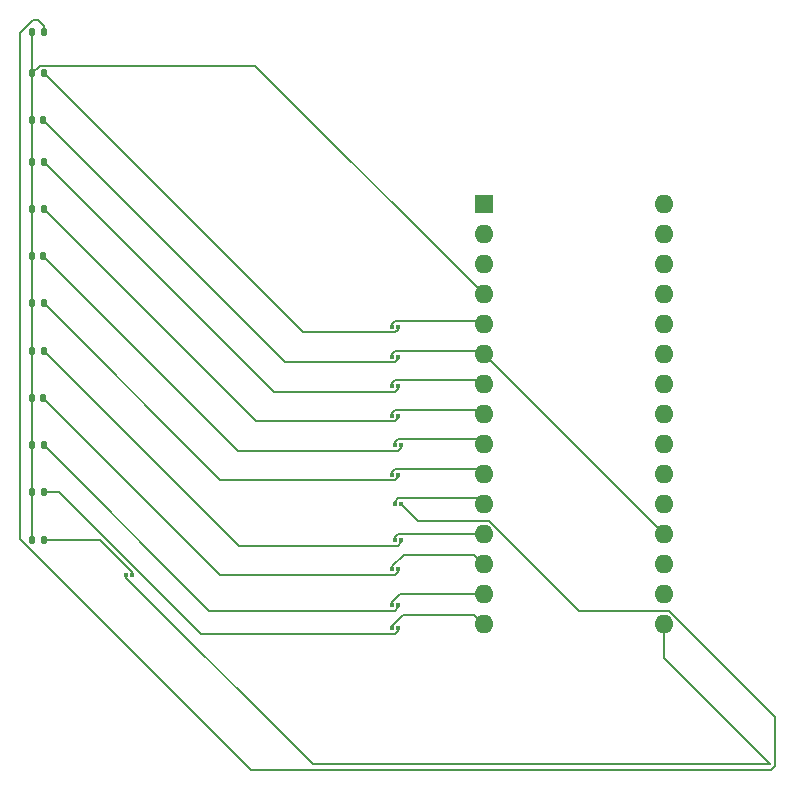
<source format=gbr>
%TF.GenerationSoftware,KiCad,Pcbnew,8.0.3*%
%TF.CreationDate,2024-08-30T12:54:20-04:00*%
%TF.ProjectId,matrix,6d617472-6978-42e6-9b69-6361645f7063,rev?*%
%TF.SameCoordinates,Original*%
%TF.FileFunction,Copper,L1,Top*%
%TF.FilePolarity,Positive*%
%FSLAX46Y46*%
G04 Gerber Fmt 4.6, Leading zero omitted, Abs format (unit mm)*
G04 Created by KiCad (PCBNEW 8.0.3) date 2024-08-30 12:54:20*
%MOMM*%
%LPD*%
G01*
G04 APERTURE LIST*
G04 Aperture macros list*
%AMRoundRect*
0 Rectangle with rounded corners*
0 $1 Rounding radius*
0 $2 $3 $4 $5 $6 $7 $8 $9 X,Y pos of 4 corners*
0 Add a 4 corners polygon primitive as box body*
4,1,4,$2,$3,$4,$5,$6,$7,$8,$9,$2,$3,0*
0 Add four circle primitives for the rounded corners*
1,1,$1+$1,$2,$3*
1,1,$1+$1,$4,$5*
1,1,$1+$1,$6,$7*
1,1,$1+$1,$8,$9*
0 Add four rect primitives between the rounded corners*
20,1,$1+$1,$2,$3,$4,$5,0*
20,1,$1+$1,$4,$5,$6,$7,0*
20,1,$1+$1,$6,$7,$8,$9,0*
20,1,$1+$1,$8,$9,$2,$3,0*%
G04 Aperture macros list end*
%TA.AperFunction,SMDPad,CuDef*%
%ADD10RoundRect,0.147500X-0.147500X-0.172500X0.147500X-0.172500X0.147500X0.172500X-0.147500X0.172500X0*%
%TD*%
%TA.AperFunction,SMDPad,CuDef*%
%ADD11RoundRect,0.075000X-0.125000X-0.075000X0.125000X-0.075000X0.125000X0.075000X-0.125000X0.075000X0*%
%TD*%
%TA.AperFunction,ComponentPad*%
%ADD12R,1.600000X1.600000*%
%TD*%
%TA.AperFunction,ComponentPad*%
%ADD13O,1.600000X1.600000*%
%TD*%
%TA.AperFunction,Conductor*%
%ADD14C,0.200000*%
%TD*%
G04 APERTURE END LIST*
D10*
%TO.P,D10,1,K*%
%TO.N,Net-(D1-K)*%
X48500000Y-81000000D03*
%TO.P,D10,2,A*%
%TO.N,Net-(D10-A)*%
X49470000Y-81000000D03*
%TD*%
%TO.P,D11,1,K*%
%TO.N,Net-(D1-K)*%
X48515000Y-77000000D03*
%TO.P,D11,2,A*%
%TO.N,Net-(D11-A)*%
X49485000Y-77000000D03*
%TD*%
D11*
%TO.P,R8,1*%
%TO.N,Net-(A1-D6)*%
X79250000Y-108500000D03*
%TO.P,R8,2*%
%TO.N,Net-(D7-A)*%
X79750000Y-108500000D03*
%TD*%
%TO.P,R4,1*%
%TO.N,Net-(A1-D10)*%
X79000000Y-119000000D03*
%TO.P,R4,2*%
%TO.N,Net-(D4-A)*%
X79500000Y-119000000D03*
%TD*%
%TO.P,R5,1*%
%TO.N,Net-(A1-D9)*%
X79250000Y-116500000D03*
%TO.P,R5,2*%
%TO.N,Net-(D5-A)*%
X79750000Y-116500000D03*
%TD*%
%TO.P,R6,1*%
%TO.N,Net-(A1-D8)*%
X79250000Y-113500000D03*
%TO.P,R6,2*%
%TO.N,Net-(D12-A)*%
X79750000Y-113500000D03*
%TD*%
D10*
%TO.P,D8,1,K*%
%TO.N,Net-(D1-K)*%
X48515000Y-88500000D03*
%TO.P,D8,2,A*%
%TO.N,Net-(D8-A)*%
X49485000Y-88500000D03*
%TD*%
D11*
%TO.P,R10,1*%
%TO.N,Net-(A1-D4)*%
X79000000Y-103500000D03*
%TO.P,R10,2*%
%TO.N,Net-(D9-A)*%
X79500000Y-103500000D03*
%TD*%
D10*
%TO.P,D1,1,K*%
%TO.N,Net-(D1-K)*%
X48515000Y-116500000D03*
%TO.P,D1,2,A*%
%TO.N,Net-(D1-A)*%
X49485000Y-116500000D03*
%TD*%
D12*
%TO.P,A1,1,D1/TX*%
%TO.N,unconnected-(A1-D1{slash}TX-Pad1)*%
X86745000Y-88090000D03*
D13*
%TO.P,A1,2,D0/RX*%
%TO.N,unconnected-(A1-D0{slash}RX-Pad2)*%
X86745000Y-90630000D03*
%TO.P,A1,3,~{RESET}*%
%TO.N,unconnected-(A1-~{RESET}-Pad3)*%
X86745000Y-93170000D03*
%TO.P,A1,4,GND*%
%TO.N,Net-(D1-K)*%
X86745000Y-95710000D03*
%TO.P,A1,5,D2*%
%TO.N,Net-(A1-D2)*%
X86745000Y-98250000D03*
%TO.P,A1,6,D3*%
%TO.N,Net-(A1-A0)*%
X86745000Y-100790000D03*
%TO.P,A1,7,D4*%
%TO.N,Net-(A1-D4)*%
X86745000Y-103330000D03*
%TO.P,A1,8,D5*%
%TO.N,Net-(A1-D5)*%
X86745000Y-105870000D03*
%TO.P,A1,9,D6*%
%TO.N,Net-(A1-D6)*%
X86745000Y-108410000D03*
%TO.P,A1,10,D7*%
%TO.N,Net-(A1-D7)*%
X86745000Y-110950000D03*
%TO.P,A1,11,D8*%
%TO.N,Net-(A1-D8)*%
X86745000Y-113490000D03*
%TO.P,A1,12,D9*%
%TO.N,Net-(A1-D9)*%
X86745000Y-116030000D03*
%TO.P,A1,13,D10*%
%TO.N,Net-(A1-D10)*%
X86745000Y-118570000D03*
%TO.P,A1,14,D11*%
%TO.N,Net-(A1-D11)*%
X86745000Y-121110000D03*
%TO.P,A1,15,D12*%
%TO.N,Net-(A1-D12)*%
X86745000Y-123650000D03*
%TO.P,A1,16,D13*%
%TO.N,Net-(A1-D13)*%
X101985000Y-123650000D03*
%TO.P,A1,17,3V3*%
%TO.N,unconnected-(A1-3V3-Pad17)*%
X101985000Y-121110000D03*
%TO.P,A1,18,AREF*%
%TO.N,unconnected-(A1-AREF-Pad18)*%
X101985000Y-118570000D03*
%TO.P,A1,19,A0*%
%TO.N,Net-(A1-A0)*%
X101985000Y-116030000D03*
%TO.P,A1,20,A1*%
%TO.N,unconnected-(A1-A1-Pad20)*%
X101985000Y-113490000D03*
%TO.P,A1,21,A2*%
%TO.N,unconnected-(A1-A2-Pad21)*%
X101985000Y-110950000D03*
%TO.P,A1,22,A3*%
%TO.N,unconnected-(A1-A3-Pad22)*%
X101985000Y-108410000D03*
%TO.P,A1,23,A4*%
%TO.N,unconnected-(A1-A4-Pad23)*%
X101985000Y-105870000D03*
%TO.P,A1,24,A5*%
%TO.N,unconnected-(A1-A5-Pad24)*%
X101985000Y-103330000D03*
%TO.P,A1,25,A6*%
%TO.N,unconnected-(A1-A6-Pad25)*%
X101985000Y-100790000D03*
%TO.P,A1,26,A7*%
%TO.N,unconnected-(A1-A7-Pad26)*%
X101985000Y-98250000D03*
%TO.P,A1,27,+5V*%
%TO.N,unconnected-(A1-+5V-Pad27)*%
X101985000Y-95710000D03*
%TO.P,A1,28,~{RESET}*%
%TO.N,unconnected-(A1-~{RESET}-Pad28)*%
X101985000Y-93170000D03*
%TO.P,A1,29,GND*%
%TO.N,unconnected-(A1-GND-Pad29)*%
X101985000Y-90630000D03*
%TO.P,A1,30,VIN*%
%TO.N,unconnected-(A1-VIN-Pad30)*%
X101985000Y-88090000D03*
%TD*%
D10*
%TO.P,D5,1,K*%
%TO.N,Net-(D1-K)*%
X48530000Y-100500000D03*
%TO.P,D5,2,A*%
%TO.N,Net-(D5-A)*%
X49500000Y-100500000D03*
%TD*%
D11*
%TO.P,R12,1*%
%TO.N,Net-(A1-D2)*%
X78975000Y-98500000D03*
%TO.P,R12,2*%
%TO.N,Net-(D11-A)*%
X79475000Y-98500000D03*
%TD*%
D10*
%TO.P,D2,1,K*%
%TO.N,Net-(D1-K)*%
X48530000Y-112500000D03*
%TO.P,D2,2,A*%
%TO.N,Net-(D2-A)*%
X49500000Y-112500000D03*
%TD*%
%TO.P,D3,1,K*%
%TO.N,Net-(D1-K)*%
X48530000Y-108500000D03*
%TO.P,D3,2,A*%
%TO.N,Net-(D3-A)*%
X49500000Y-108500000D03*
%TD*%
D11*
%TO.P,R2,1*%
%TO.N,Net-(A1-D12)*%
X79000000Y-124000000D03*
%TO.P,R2,2*%
%TO.N,Net-(D2-A)*%
X79500000Y-124000000D03*
%TD*%
D10*
%TO.P,D7,1,K*%
%TO.N,Net-(D1-K)*%
X48500000Y-92500000D03*
%TO.P,D7,2,A*%
%TO.N,Net-(D7-A)*%
X49470000Y-92500000D03*
%TD*%
D11*
%TO.P,R9,1*%
%TO.N,Net-(A1-D5)*%
X79000000Y-106000000D03*
%TO.P,R9,2*%
%TO.N,Net-(D8-A)*%
X79500000Y-106000000D03*
%TD*%
%TO.P,R11,1*%
%TO.N,Net-(A1-A0)*%
X79000000Y-101000000D03*
%TO.P,R11,2*%
%TO.N,Net-(D10-A)*%
X79500000Y-101000000D03*
%TD*%
D10*
%TO.P,D6,1,K*%
%TO.N,Net-(D1-K)*%
X48515000Y-96500000D03*
%TO.P,D6,2,A*%
%TO.N,Net-(D6-A)*%
X49485000Y-96500000D03*
%TD*%
D11*
%TO.P,R1,1*%
%TO.N,Net-(A1-D13)*%
X56500000Y-119500000D03*
%TO.P,R1,2*%
%TO.N,Net-(D1-A)*%
X57000000Y-119500000D03*
%TD*%
D10*
%TO.P,D12,1,K*%
%TO.N,Net-(D1-K)*%
X48530000Y-73500000D03*
%TO.P,D12,2,A*%
%TO.N,Net-(D12-A)*%
X49500000Y-73500000D03*
%TD*%
D11*
%TO.P,R3,1*%
%TO.N,Net-(A1-D11)*%
X79000000Y-122000000D03*
%TO.P,R3,2*%
%TO.N,Net-(D3-A)*%
X79500000Y-122000000D03*
%TD*%
D10*
%TO.P,D9,1,K*%
%TO.N,Net-(D1-K)*%
X48515000Y-84500000D03*
%TO.P,D9,2,A*%
%TO.N,Net-(D9-A)*%
X49485000Y-84500000D03*
%TD*%
D11*
%TO.P,R7,1*%
%TO.N,Net-(A1-D7)*%
X78975000Y-111000000D03*
%TO.P,R7,2*%
%TO.N,Net-(D6-A)*%
X79475000Y-111000000D03*
%TD*%
D10*
%TO.P,D4,1,K*%
%TO.N,Net-(D1-K)*%
X48500000Y-104500000D03*
%TO.P,D4,2,A*%
%TO.N,Net-(D4-A)*%
X49470000Y-104500000D03*
%TD*%
D14*
%TO.N,Net-(A1-D10)*%
X79997589Y-117770001D02*
X85945001Y-117770001D01*
X85945001Y-117770001D02*
X86745000Y-118570000D01*
X79000000Y-119000000D02*
X79000000Y-118767590D01*
X79000000Y-118767590D02*
X79997589Y-117770001D01*
%TO.N,Net-(A1-D13)*%
X72267590Y-135500000D02*
X111000000Y-135500000D01*
X56500000Y-119500000D02*
X56500000Y-119732410D01*
X56500000Y-119732410D02*
X72267590Y-135500000D01*
X101985000Y-126485000D02*
X101985000Y-123650000D01*
X111000000Y-135500000D02*
X101985000Y-126485000D01*
%TO.N,Net-(D1-K)*%
X48515000Y-96500000D02*
X48515000Y-77013052D01*
X48530000Y-116485000D02*
X48515000Y-116500000D01*
X48515000Y-77013052D02*
X49148052Y-76380000D01*
X67415000Y-76380000D02*
X86745000Y-95710000D01*
X49148052Y-76380000D02*
X67415000Y-76380000D01*
X48530000Y-73500000D02*
X48530000Y-116485000D01*
%TO.N,Net-(A1-D8)*%
X86255000Y-113000000D02*
X86745000Y-113490000D01*
X79517590Y-113000000D02*
X86255000Y-113000000D01*
X79250000Y-113267590D02*
X79517590Y-113000000D01*
X79250000Y-113500000D02*
X79250000Y-113267590D01*
%TO.N,Net-(A1-D12)*%
X85945001Y-122850001D02*
X86745000Y-123650000D01*
X79917589Y-122850001D02*
X85945001Y-122850001D01*
X79000000Y-123767590D02*
X79917589Y-122850001D01*
X79000000Y-124000000D02*
X79000000Y-123767590D01*
%TO.N,Net-(A1-D7)*%
X78975000Y-110767590D02*
X79242590Y-110500000D01*
X78975000Y-111000000D02*
X78975000Y-110767590D01*
X86295000Y-110500000D02*
X86745000Y-110950000D01*
X79242590Y-110500000D02*
X86295000Y-110500000D01*
%TO.N,Net-(A1-A0)*%
X86505000Y-100550000D02*
X86745000Y-100790000D01*
X79217590Y-100550000D02*
X86505000Y-100550000D01*
X79000000Y-101000000D02*
X79000000Y-100767590D01*
X79000000Y-100767590D02*
X79217590Y-100550000D01*
X101985000Y-116030000D02*
X86745000Y-100790000D01*
%TO.N,Net-(A1-D11)*%
X79000000Y-122000000D02*
X79000000Y-121767590D01*
X79000000Y-121767590D02*
X79657590Y-121110000D01*
X79657590Y-121110000D02*
X86745000Y-121110000D01*
%TO.N,Net-(A1-D5)*%
X79000000Y-105767590D02*
X79217590Y-105550000D01*
X79217590Y-105550000D02*
X86425000Y-105550000D01*
X79000000Y-106000000D02*
X79000000Y-105767590D01*
X86425000Y-105550000D02*
X86745000Y-105870000D01*
%TO.N,Net-(A1-D2)*%
X78975000Y-98500000D02*
X78975000Y-98267590D01*
X79242590Y-98000000D02*
X86495000Y-98000000D01*
X78975000Y-98267590D02*
X79242590Y-98000000D01*
X86495000Y-98000000D02*
X86745000Y-98250000D01*
%TO.N,Net-(A1-D9)*%
X79487590Y-116030000D02*
X86745000Y-116030000D01*
X79250000Y-116267590D02*
X79487590Y-116030000D01*
X79250000Y-116500000D02*
X79250000Y-116267590D01*
%TO.N,Net-(A1-D6)*%
X86335000Y-108000000D02*
X86745000Y-108410000D01*
X79517590Y-108000000D02*
X86335000Y-108000000D01*
X79250000Y-108500000D02*
X79250000Y-108267590D01*
X79250000Y-108267590D02*
X79517590Y-108000000D01*
%TO.N,Net-(A1-D4)*%
X79267590Y-103000000D02*
X86415000Y-103000000D01*
X79000000Y-103267590D02*
X79267590Y-103000000D01*
X79000000Y-103500000D02*
X79000000Y-103267590D01*
X86415000Y-103000000D02*
X86745000Y-103330000D01*
%TO.N,Net-(D1-A)*%
X57000000Y-119267590D02*
X54232410Y-116500000D01*
X54232410Y-116500000D02*
X49485000Y-116500000D01*
X57000000Y-119500000D02*
X57000000Y-119267590D01*
%TO.N,Net-(D2-A)*%
X62798096Y-124500000D02*
X50798096Y-112500000D01*
X79500000Y-124000000D02*
X79500000Y-124232410D01*
X79500000Y-124232410D02*
X79232410Y-124500000D01*
X79232410Y-124500000D02*
X62798096Y-124500000D01*
X50798096Y-112500000D02*
X49500000Y-112500000D01*
%TO.N,Net-(D3-A)*%
X63500000Y-122500000D02*
X49500000Y-108500000D01*
X79232410Y-122500000D02*
X63500000Y-122500000D01*
X79500000Y-122000000D02*
X79500000Y-122232410D01*
X79500000Y-122232410D02*
X79232410Y-122500000D01*
%TO.N,Net-(D4-A)*%
X64420000Y-119450000D02*
X49470000Y-104500000D01*
X79500000Y-119000000D02*
X79500000Y-119232410D01*
X79282410Y-119450000D02*
X64420000Y-119450000D01*
X79500000Y-119232410D02*
X79282410Y-119450000D01*
%TO.N,Net-(D5-A)*%
X66000000Y-117000000D02*
X49500000Y-100500000D01*
X79750000Y-116500000D02*
X79750000Y-116732410D01*
X79482410Y-117000000D02*
X66000000Y-117000000D01*
X79750000Y-116732410D02*
X79482410Y-117000000D01*
%TO.N,Net-(D6-A)*%
X79475000Y-111000000D02*
X79475000Y-111232410D01*
X79475000Y-111232410D02*
X79257410Y-111450000D01*
X79257410Y-111450000D02*
X64435000Y-111450000D01*
X64435000Y-111450000D02*
X49485000Y-96500000D01*
%TO.N,Net-(D7-A)*%
X79750000Y-108500000D02*
X79750000Y-108732410D01*
X79482410Y-109000000D02*
X65970000Y-109000000D01*
X79750000Y-108732410D02*
X79482410Y-109000000D01*
X65970000Y-109000000D02*
X49470000Y-92500000D01*
%TO.N,Net-(D8-A)*%
X79282410Y-106450000D02*
X67435000Y-106450000D01*
X79500000Y-106232410D02*
X79282410Y-106450000D01*
X79500000Y-106000000D02*
X79500000Y-106232410D01*
X67435000Y-106450000D02*
X49485000Y-88500000D01*
%TO.N,Net-(D9-A)*%
X79500000Y-103500000D02*
X79500000Y-103732410D01*
X79500000Y-103732410D02*
X79232410Y-104000000D01*
X79232410Y-104000000D02*
X68985000Y-104000000D01*
X68985000Y-104000000D02*
X49485000Y-84500000D01*
%TO.N,Net-(D10-A)*%
X79500000Y-101232410D02*
X79282410Y-101450000D01*
X79282410Y-101450000D02*
X69920000Y-101450000D01*
X79500000Y-101000000D02*
X79500000Y-101232410D01*
X69920000Y-101450000D02*
X49470000Y-81000000D01*
%TO.N,Net-(D11-A)*%
X71435000Y-98950000D02*
X49485000Y-77000000D01*
X79257410Y-98950000D02*
X71435000Y-98950000D01*
X79475000Y-98732410D02*
X79257410Y-98950000D01*
X79475000Y-98500000D02*
X79475000Y-98732410D01*
%TO.N,Net-(D12-A)*%
X102440635Y-122550000D02*
X111400000Y-131509365D01*
X47500000Y-116441948D02*
X47500000Y-73573052D01*
X81180000Y-114930000D02*
X87200635Y-114930000D01*
X49000000Y-72500000D02*
X49500000Y-73000000D01*
X49500000Y-73000000D02*
X49500000Y-73500000D01*
X48573052Y-72500000D02*
X49000000Y-72500000D01*
X111400000Y-131509365D02*
X111400000Y-135665685D01*
X87200635Y-114930000D02*
X94820635Y-122550000D01*
X94820635Y-122550000D02*
X102440635Y-122550000D01*
X67058052Y-136000000D02*
X47500000Y-116441948D01*
X47500000Y-73573052D02*
X48573052Y-72500000D01*
X111400000Y-135665685D02*
X111065685Y-136000000D01*
X111065685Y-136000000D02*
X67058052Y-136000000D01*
X79750000Y-113500000D02*
X81180000Y-114930000D01*
%TD*%
M02*

</source>
